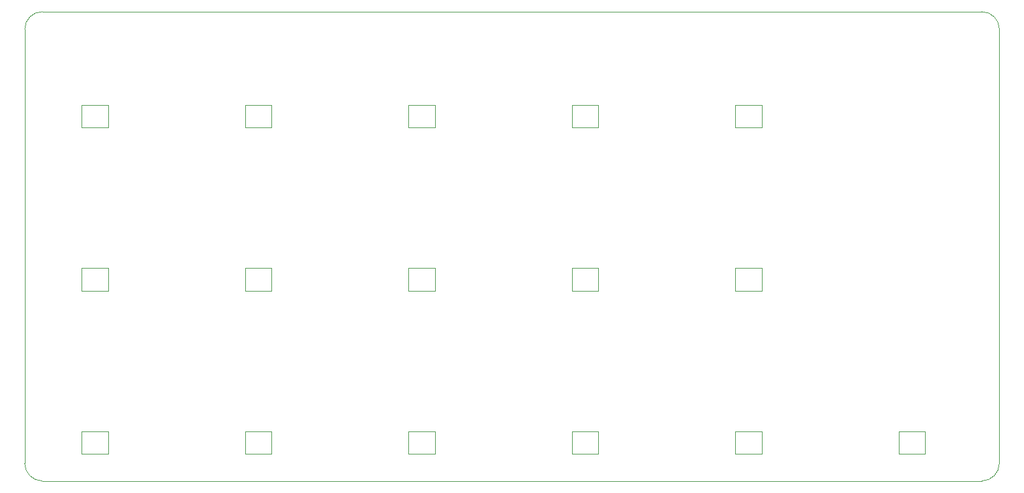
<source format=gm1>
G04 #@! TF.GenerationSoftware,KiCad,Pcbnew,(6.0.1-0)*
G04 #@! TF.CreationDate,2023-03-21T08:23:48-07:00*
G04 #@! TF.ProjectId,pcb,7063622e-6b69-4636-9164-5f7063625858,rev?*
G04 #@! TF.SameCoordinates,Original*
G04 #@! TF.FileFunction,Profile,NP*
%FSLAX46Y46*%
G04 Gerber Fmt 4.6, Leading zero omitted, Abs format (unit mm)*
G04 Created by KiCad (PCBNEW (6.0.1-0)) date 2023-03-21 08:23:48*
%MOMM*%
%LPD*%
G01*
G04 APERTURE LIST*
G04 #@! TA.AperFunction,Profile*
%ADD10C,0.100000*%
G04 #@! TD*
G04 #@! TA.AperFunction,Profile*
%ADD11C,0.120000*%
G04 #@! TD*
G04 APERTURE END LIST*
D10*
X73818750Y-54768750D02*
X201612500Y-54768750D01*
X201612500Y-118665625D02*
X73818750Y-118665625D01*
X71437500Y-57150000D02*
X71437500Y-116284375D01*
X203993750Y-57150000D02*
G75*
G03*
X201612500Y-54768750I-2381250J0D01*
G01*
X203993750Y-57150000D02*
X203993750Y-116284375D01*
X201612500Y-118665625D02*
G75*
G03*
X203993750Y-116284375I0J2381250D01*
G01*
X71437500Y-116284375D02*
G75*
G03*
X73818750Y-118665625I2381250J0D01*
G01*
X73818750Y-54768750D02*
G75*
G03*
X71437500Y-57150000I0J-2381250D01*
G01*
D11*
X145837500Y-92767750D02*
X149437500Y-92767750D01*
X145837500Y-89667750D02*
X145837500Y-92767750D01*
X149437500Y-92767750D02*
X149437500Y-89667750D01*
X149437500Y-89667750D02*
X145837500Y-89667750D01*
X145837500Y-114992750D02*
X149437500Y-114992750D01*
X145837500Y-111892750D02*
X145837500Y-114992750D01*
X149437500Y-114992750D02*
X149437500Y-111892750D01*
X149437500Y-111892750D02*
X145837500Y-111892750D01*
X79162500Y-92767750D02*
X82762500Y-92767750D01*
X79162500Y-89667750D02*
X79162500Y-92767750D01*
X82762500Y-92767750D02*
X82762500Y-89667750D01*
X82762500Y-89667750D02*
X79162500Y-89667750D01*
X101387500Y-114992750D02*
X104987500Y-114992750D01*
X101387500Y-111892750D02*
X101387500Y-114992750D01*
X104987500Y-114992750D02*
X104987500Y-111892750D01*
X104987500Y-111892750D02*
X101387500Y-111892750D01*
X79162500Y-70542750D02*
X82762500Y-70542750D01*
X79162500Y-67442750D02*
X79162500Y-70542750D01*
X82762500Y-70542750D02*
X82762500Y-67442750D01*
X82762500Y-67442750D02*
X79162500Y-67442750D01*
X79162500Y-114992750D02*
X82762500Y-114992750D01*
X79162500Y-111892750D02*
X79162500Y-114992750D01*
X82762500Y-114992750D02*
X82762500Y-111892750D01*
X82762500Y-111892750D02*
X79162500Y-111892750D01*
X123612500Y-70542750D02*
X127212500Y-70542750D01*
X123612500Y-67442750D02*
X123612500Y-70542750D01*
X127212500Y-70542750D02*
X127212500Y-67442750D01*
X127212500Y-67442750D02*
X123612500Y-67442750D01*
X168062500Y-70542750D02*
X171662500Y-70542750D01*
X168062500Y-67442750D02*
X168062500Y-70542750D01*
X171662500Y-70542750D02*
X171662500Y-67442750D01*
X171662500Y-67442750D02*
X168062500Y-67442750D01*
X123612500Y-114992750D02*
X127212500Y-114992750D01*
X123612500Y-111892750D02*
X123612500Y-114992750D01*
X127212500Y-114992750D02*
X127212500Y-111892750D01*
X127212500Y-111892750D02*
X123612500Y-111892750D01*
X168062500Y-114992750D02*
X171662500Y-114992750D01*
X168062500Y-111892750D02*
X168062500Y-114992750D01*
X171662500Y-114992750D02*
X171662500Y-111892750D01*
X171662500Y-111892750D02*
X168062500Y-111892750D01*
X101387500Y-92767750D02*
X104987500Y-92767750D01*
X101387500Y-89667750D02*
X101387500Y-92767750D01*
X104987500Y-92767750D02*
X104987500Y-89667750D01*
X104987500Y-89667750D02*
X101387500Y-89667750D01*
X145837500Y-70542750D02*
X149437500Y-70542750D01*
X145837500Y-67442750D02*
X145837500Y-70542750D01*
X149437500Y-70542750D02*
X149437500Y-67442750D01*
X149437500Y-67442750D02*
X145837500Y-67442750D01*
X190287500Y-114992750D02*
X193887500Y-114992750D01*
X190287500Y-111892750D02*
X190287500Y-114992750D01*
X193887500Y-114992750D02*
X193887500Y-111892750D01*
X193887500Y-111892750D02*
X190287500Y-111892750D01*
X101387500Y-70542750D02*
X104987500Y-70542750D01*
X101387500Y-67442750D02*
X101387500Y-70542750D01*
X104987500Y-70542750D02*
X104987500Y-67442750D01*
X104987500Y-67442750D02*
X101387500Y-67442750D01*
X123612500Y-92767750D02*
X127212500Y-92767750D01*
X123612500Y-89667750D02*
X123612500Y-92767750D01*
X127212500Y-92767750D02*
X127212500Y-89667750D01*
X127212500Y-89667750D02*
X123612500Y-89667750D01*
X168062500Y-92767750D02*
X171662500Y-92767750D01*
X168062500Y-89667750D02*
X168062500Y-92767750D01*
X171662500Y-92767750D02*
X171662500Y-89667750D01*
X171662500Y-89667750D02*
X168062500Y-89667750D01*
M02*

</source>
